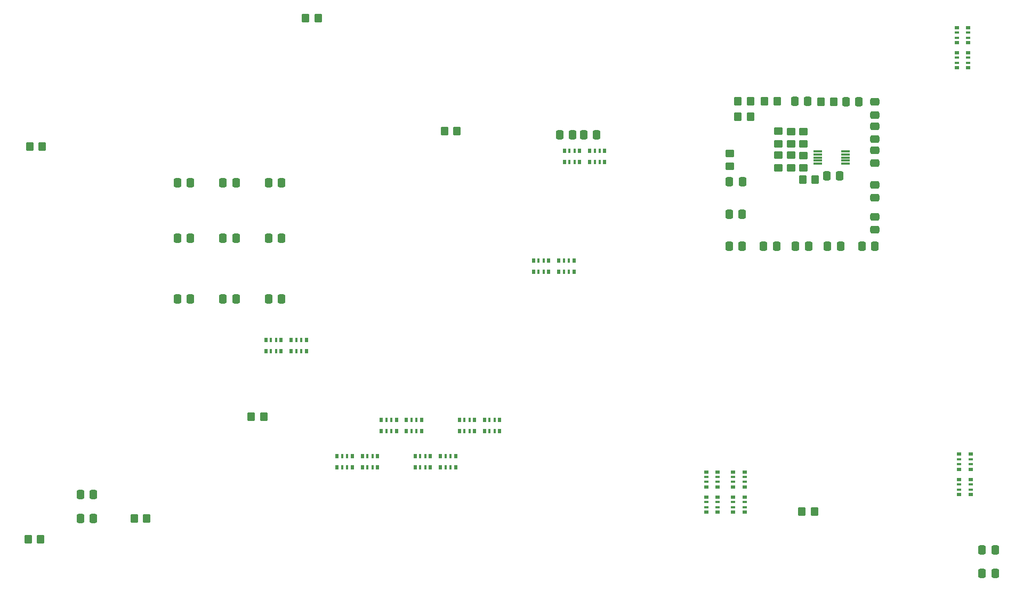
<source format=gbr>
G04 #@! TF.GenerationSoftware,KiCad,Pcbnew,7.0.6-0*
G04 #@! TF.CreationDate,2024-01-07T13:47:21+01:00*
G04 #@! TF.ProjectId,Z3660_v021a,5a333636-305f-4763-9032-31612e6b6963,v0.21*
G04 #@! TF.SameCoordinates,Original*
G04 #@! TF.FileFunction,Paste,Bot*
G04 #@! TF.FilePolarity,Positive*
%FSLAX46Y46*%
G04 Gerber Fmt 4.6, Leading zero omitted, Abs format (unit mm)*
G04 Created by KiCad (PCBNEW 7.0.6-0) date 2024-01-07 13:47:21*
%MOMM*%
%LPD*%
G01*
G04 APERTURE LIST*
G04 Aperture macros list*
%AMRoundRect*
0 Rectangle with rounded corners*
0 $1 Rounding radius*
0 $2 $3 $4 $5 $6 $7 $8 $9 X,Y pos of 4 corners*
0 Add a 4 corners polygon primitive as box body*
4,1,4,$2,$3,$4,$5,$6,$7,$8,$9,$2,$3,0*
0 Add four circle primitives for the rounded corners*
1,1,$1+$1,$2,$3*
1,1,$1+$1,$4,$5*
1,1,$1+$1,$6,$7*
1,1,$1+$1,$8,$9*
0 Add four rect primitives between the rounded corners*
20,1,$1+$1,$2,$3,$4,$5,0*
20,1,$1+$1,$4,$5,$6,$7,0*
20,1,$1+$1,$6,$7,$8,$9,0*
20,1,$1+$1,$8,$9,$2,$3,0*%
G04 Aperture macros list end*
%ADD10RoundRect,0.250000X-0.337500X-0.475000X0.337500X-0.475000X0.337500X0.475000X-0.337500X0.475000X0*%
%ADD11RoundRect,0.250000X0.350000X0.450000X-0.350000X0.450000X-0.350000X-0.450000X0.350000X-0.450000X0*%
%ADD12RoundRect,0.250000X-0.475000X0.337500X-0.475000X-0.337500X0.475000X-0.337500X0.475000X0.337500X0*%
%ADD13RoundRect,0.250000X0.450000X-0.350000X0.450000X0.350000X-0.450000X0.350000X-0.450000X-0.350000X0*%
%ADD14RoundRect,0.250000X-0.350000X-0.450000X0.350000X-0.450000X0.350000X0.450000X-0.350000X0.450000X0*%
%ADD15RoundRect,0.250000X0.475000X-0.337500X0.475000X0.337500X-0.475000X0.337500X-0.475000X-0.337500X0*%
%ADD16RoundRect,0.250000X0.337500X0.475000X-0.337500X0.475000X-0.337500X-0.475000X0.337500X-0.475000X0*%
%ADD17R,0.800000X0.500000*%
%ADD18R,0.800000X0.400000*%
%ADD19R,0.500000X0.800000*%
%ADD20R,0.400000X0.800000*%
%ADD21R,1.400000X0.300000*%
G04 APERTURE END LIST*
D10*
X246917300Y-115239800D03*
X248992300Y-115239800D03*
D11*
X161534600Y-48681200D03*
X163534600Y-48681200D03*
D12*
X229870000Y-44026000D03*
X229870000Y-46101000D03*
D10*
X103717200Y-110210600D03*
X105792200Y-110210600D03*
D13*
X206883000Y-52213000D03*
X206883000Y-54213000D03*
D14*
X210143600Y-46380400D03*
X208143600Y-46380400D03*
X214360000Y-43942000D03*
X212360000Y-43942000D03*
X114258600Y-110200000D03*
X112258600Y-110200000D03*
D15*
X229870000Y-49932500D03*
X229870000Y-47857500D03*
D10*
X103717200Y-106400600D03*
X105792200Y-106400600D03*
X246917300Y-118922800D03*
X248992300Y-118922800D03*
D14*
X210143600Y-43942000D03*
X208143600Y-43942000D03*
X220300000Y-109100000D03*
X218300000Y-109100000D03*
D11*
X139462000Y-30734000D03*
X141462000Y-30734000D03*
D10*
X126343500Y-56896000D03*
X128418500Y-56896000D03*
D16*
X121179500Y-65659000D03*
X119104500Y-65659000D03*
D10*
X126343500Y-65659000D03*
X128418500Y-65659000D03*
X133582500Y-65659000D03*
X135657500Y-65659000D03*
D16*
X121179500Y-75311000D03*
X119104500Y-75311000D03*
X128418500Y-75311000D03*
X126343500Y-75311000D03*
X229891500Y-66929000D03*
X227816500Y-66929000D03*
D10*
X212195500Y-66929000D03*
X214270500Y-66929000D03*
X217275500Y-66929000D03*
X219350500Y-66929000D03*
X222355500Y-66929000D03*
X224430500Y-66929000D03*
D12*
X229870000Y-57192000D03*
X229870000Y-59267000D03*
X229870000Y-51667500D03*
X229870000Y-53742500D03*
D10*
X206756500Y-66929000D03*
X208831500Y-66929000D03*
D12*
X229870000Y-62272000D03*
X229870000Y-64347000D03*
D10*
X206734500Y-61849000D03*
X208809500Y-61849000D03*
X133582500Y-56896000D03*
X135657500Y-56896000D03*
X119104500Y-56896000D03*
X121179500Y-56896000D03*
D16*
X185695500Y-49276000D03*
X183620500Y-49276000D03*
D10*
X179810500Y-49276000D03*
X181885500Y-49276000D03*
D16*
X227351500Y-43992800D03*
X225276500Y-43992800D03*
D10*
X206798000Y-56705500D03*
X208873000Y-56705500D03*
X133582500Y-75311000D03*
X135657500Y-75311000D03*
X217170500Y-43942000D03*
X219245500Y-43942000D03*
D17*
X244700000Y-36200000D03*
D18*
X244700000Y-37000000D03*
X244700000Y-37800000D03*
D17*
X244700000Y-38600000D03*
X242900000Y-38600000D03*
D18*
X242900000Y-37800000D03*
X242900000Y-37000000D03*
D17*
X242900000Y-36200000D03*
D19*
X137200000Y-81800000D03*
D20*
X138000000Y-81800000D03*
X138800000Y-81800000D03*
D19*
X139600000Y-81800000D03*
X139600000Y-83600000D03*
D20*
X138800000Y-83600000D03*
X138000000Y-83600000D03*
D19*
X137200000Y-83600000D03*
D16*
X224303500Y-55778400D03*
X222228500Y-55778400D03*
D17*
X204900000Y-106800000D03*
D18*
X204900000Y-107600000D03*
X204900000Y-108400000D03*
D17*
X204900000Y-109200000D03*
X203100000Y-109200000D03*
D18*
X203100000Y-108400000D03*
X203100000Y-107600000D03*
D17*
X203100000Y-106800000D03*
X245100000Y-104000000D03*
D18*
X245100000Y-104800000D03*
X245100000Y-105600000D03*
D17*
X245100000Y-106400000D03*
X243300000Y-106400000D03*
D18*
X243300000Y-105600000D03*
X243300000Y-104800000D03*
D17*
X243300000Y-104000000D03*
D19*
X157900000Y-96300000D03*
D20*
X157100000Y-96300000D03*
X156300000Y-96300000D03*
D19*
X155500000Y-96300000D03*
X155500000Y-94500000D03*
D20*
X156300000Y-94500000D03*
X157100000Y-94500000D03*
D19*
X157900000Y-94500000D03*
D17*
X244700000Y-32200000D03*
D18*
X244700000Y-33000000D03*
X244700000Y-33800000D03*
D17*
X244700000Y-34600000D03*
X242900000Y-34600000D03*
D18*
X242900000Y-33800000D03*
X242900000Y-33000000D03*
D17*
X242900000Y-32200000D03*
D19*
X146900000Y-102100000D03*
D20*
X146100000Y-102100000D03*
X145300000Y-102100000D03*
D19*
X144500000Y-102100000D03*
X144500000Y-100300000D03*
D20*
X145300000Y-100300000D03*
X146100000Y-100300000D03*
D19*
X146900000Y-100300000D03*
D11*
X95418400Y-113487200D03*
X97418400Y-113487200D03*
D19*
X150900000Y-102100000D03*
D20*
X150100000Y-102100000D03*
X149300000Y-102100000D03*
D19*
X148500000Y-102100000D03*
X148500000Y-100300000D03*
D20*
X149300000Y-100300000D03*
X150100000Y-100300000D03*
D19*
X150900000Y-100300000D03*
D17*
X204900000Y-102800000D03*
D18*
X204900000Y-103600000D03*
X204900000Y-104400000D03*
D17*
X204900000Y-105200000D03*
X203100000Y-105200000D03*
D18*
X203100000Y-104400000D03*
X203100000Y-103600000D03*
D17*
X203100000Y-102800000D03*
D13*
X216560400Y-48698400D03*
X216560400Y-50698400D03*
D19*
X180600000Y-51800000D03*
D20*
X181400000Y-51800000D03*
X182200000Y-51800000D03*
D19*
X183000000Y-51800000D03*
X183000000Y-53600000D03*
D20*
X182200000Y-53600000D03*
X181400000Y-53600000D03*
D19*
X180600000Y-53600000D03*
D14*
X132826000Y-94004000D03*
X130826000Y-94004000D03*
D17*
X245100000Y-100000000D03*
D18*
X245100000Y-100800000D03*
X245100000Y-101600000D03*
D17*
X245100000Y-102400000D03*
X243300000Y-102400000D03*
D18*
X243300000Y-101600000D03*
X243300000Y-100800000D03*
D17*
X243300000Y-100000000D03*
D19*
X170300000Y-96300000D03*
D20*
X169500000Y-96300000D03*
X168700000Y-96300000D03*
D19*
X167900000Y-96300000D03*
X167900000Y-94500000D03*
D20*
X168700000Y-94500000D03*
X169500000Y-94500000D03*
D19*
X170300000Y-94500000D03*
D11*
X218421200Y-56388000D03*
X220421200Y-56388000D03*
D19*
X133200000Y-81800000D03*
D20*
X134000000Y-81800000D03*
X134800000Y-81800000D03*
D19*
X135600000Y-81800000D03*
X135600000Y-83600000D03*
D20*
X134800000Y-83600000D03*
X134000000Y-83600000D03*
D19*
X133200000Y-83600000D03*
D13*
X214579200Y-52492400D03*
X214579200Y-54492400D03*
D11*
X95672400Y-51104800D03*
X97672400Y-51104800D03*
D13*
X218541600Y-52508400D03*
X218541600Y-54508400D03*
X218541600Y-48698400D03*
X218541600Y-50698400D03*
D19*
X153900000Y-96300000D03*
D20*
X153100000Y-96300000D03*
X152300000Y-96300000D03*
D19*
X151500000Y-96300000D03*
X151500000Y-94500000D03*
D20*
X152300000Y-94500000D03*
X153100000Y-94500000D03*
D19*
X153900000Y-94500000D03*
D21*
X220796400Y-53848000D03*
X220796400Y-53348000D03*
X220796400Y-52848000D03*
X220796400Y-52348000D03*
X220796400Y-51848000D03*
X225196400Y-51848000D03*
X225196400Y-52348000D03*
X225196400Y-52848000D03*
X225196400Y-53348000D03*
X225196400Y-53848000D03*
D19*
X184600000Y-51800000D03*
D20*
X185400000Y-51800000D03*
X186200000Y-51800000D03*
D19*
X187000000Y-51800000D03*
X187000000Y-53600000D03*
D20*
X186200000Y-53600000D03*
X185400000Y-53600000D03*
D19*
X184600000Y-53600000D03*
D13*
X214579200Y-48682400D03*
X214579200Y-50682400D03*
D17*
X207400000Y-109200000D03*
D18*
X207400000Y-108400000D03*
X207400000Y-107600000D03*
D17*
X207400000Y-106800000D03*
X209200000Y-106800000D03*
D18*
X209200000Y-107600000D03*
X209200000Y-108400000D03*
D17*
X209200000Y-109200000D03*
D19*
X175700000Y-69200000D03*
D20*
X176500000Y-69200000D03*
X177300000Y-69200000D03*
D19*
X178100000Y-69200000D03*
X178100000Y-71000000D03*
D20*
X177300000Y-71000000D03*
X176500000Y-71000000D03*
D19*
X175700000Y-71000000D03*
D17*
X207400000Y-105200000D03*
D18*
X207400000Y-104400000D03*
X207400000Y-103600000D03*
D17*
X207400000Y-102800000D03*
X209200000Y-102800000D03*
D18*
X209200000Y-103600000D03*
X209200000Y-104400000D03*
D17*
X209200000Y-105200000D03*
D19*
X179700000Y-69200000D03*
D20*
X180500000Y-69200000D03*
X181300000Y-69200000D03*
D19*
X182100000Y-69200000D03*
X182100000Y-71000000D03*
D20*
X181300000Y-71000000D03*
X180500000Y-71000000D03*
D19*
X179700000Y-71000000D03*
X166300000Y-96300000D03*
D20*
X165500000Y-96300000D03*
X164700000Y-96300000D03*
D19*
X163900000Y-96300000D03*
X163900000Y-94500000D03*
D20*
X164700000Y-94500000D03*
X165500000Y-94500000D03*
D19*
X166300000Y-94500000D03*
D13*
X216560400Y-52492400D03*
X216560400Y-54492400D03*
D19*
X159300000Y-102100000D03*
D20*
X158500000Y-102100000D03*
X157700000Y-102100000D03*
D19*
X156900000Y-102100000D03*
X156900000Y-100300000D03*
D20*
X157700000Y-100300000D03*
X158500000Y-100300000D03*
D19*
X159300000Y-100300000D03*
D11*
X221351600Y-43992800D03*
X223351600Y-43992800D03*
D19*
X163300000Y-102100000D03*
D20*
X162500000Y-102100000D03*
X161700000Y-102100000D03*
D19*
X160900000Y-102100000D03*
X160900000Y-100300000D03*
D20*
X161700000Y-100300000D03*
X162500000Y-100300000D03*
D19*
X163300000Y-100300000D03*
M02*

</source>
